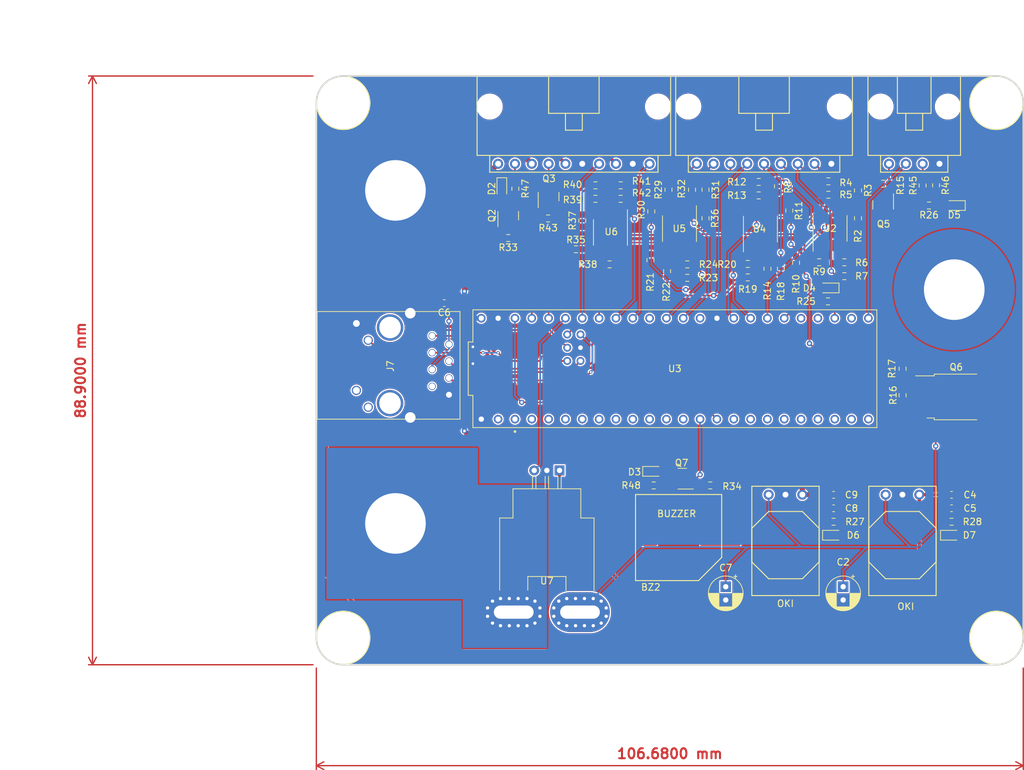
<source format=kicad_pcb>
(kicad_pcb (version 20221018) (generator pcbnew)
  (layers (0 "F.Cu" signal) (31 "B.Cu" signal) (34 "B.Paste" user) (35 "F.Paste" user) (36 "B.SilkS" user "B.Silkscreen") (37 "F.SilkS" user "F.Silkscreen") (38 "B.Mask" user) (39 "F.Mask" user) (44 "Edge.Cuts" user))
  (net 0 "")
  (net 1 "+5V")
  (net 2 "GND")
  (net 3 "+3.3V")
  (net 4 "Net-(C6-Pad1)")
  (net 5 "Net-(BZ2-+)")
  (net 6 "Fan")
  (net 7 "LOGIC_SWITCH_OUTPUT")
  (net 8 "TempSensor")
  (net 9 "PACK_OUT")
  (net 10 "LCD_TX")
  (net 11 "Net-(Q5-G)")
  (net 12 "cell8")
  (net 13 "cell7")
  (net 14 "cell5")
  (net 15 "cell4")
  (net 16 "cell3")
  (net 17 "cell2")
  (net 18 "cell1")
  (net 20 "LED")
  (net 22 "T+")
  (net 23 "T-")
  (net 25 "R+")
  (net 26 "R-")
  (net 27 "Net-(Conn5-Pad3)")
  (net 28 "GATE")
  (net 29 "Net-(D2-A)")
  (net 30 "Net-(D3-A)")
  (net 31 "Net-(D4-A)")
  (net 32 "Net-(D5-A)")
  (net 33 "Cell8-SENSE")
  (net 34 "Net-(D6-A)")
  (net 35 "Net-(D7-A)")
  (net 36 "Cell7-SENSE")
  (net 37 "Net-(U7-IP+)")
  (net 38 "Fan-Teensy")
  (net 39 "Cell6-SENSE")
  (net 40 "LOGIC_SWITCH_INPUT")
  (net 41 "Net-(Q5-D)")
  (net 42 "Net-(Q6-G)")
  (net 43 "Cell5-SENSE")
  (net 44 "Buzzer-Teensy")
  (net 45 "Net-(U2B-+)")
  (net 46 "Cell4-SENSE")
  (net 47 "ERR_LED")
  (net 48 "Net-(U2B--)")
  (net 49 "Net-(U2A-+)")
  (net 50 "Cell3-SENSE")
  (net 51 "Net-(U2A--)")
  (net 52 "Net-(U4B-+)")
  (net 53 "Cell2-SENSE")
  (net 54 "Net-(U4B--)")
  (net 55 "Net-(U4A-+)")
  (net 56 "Cell1-SENSE")
  (net 57 "Net-(U4A--)")
  (net 58 "Net-(U5B-+)")
  (net 59 "Net-(U5B--)")
  (net 60 "Net-(U5A-+)")
  (net 61 "Net-(U5A--)")
  (net 62 "Net-(U6B-+)")
  (net 63 "Net-(U6B--)")
  (net 64 "Net-(U6A-+)")
  (net 65 "Net-(U6A--)")
  (net 69 "unconnected-(U3-3.3V-Pad3.3V_1)")
  (net 72 "CURRENT_SENSE")
  (net 81 "PackLogic")
  (net 87 "cell6")
  (footprint "Resistor_SMD:R_0603_1608Metric_Pad0.98x0.95mm_HandSolder" (layer "F.Cu") (at 180.142495 52.7285)
    (fp_text reference "R4")
    (fp_text value "46.4k")
  )
  (footprint "Package_SO:SO-8_3.9x4.9mm_P1.27mm" (layer "F.Cu") (at 157.663495 59.8755 -90)
    (fp_text reference "U5")
    (fp_text value "Opamp_Dual")
  )
  (footprint "Resistor_SMD:R_0603_1608Metric_Pad0.98x0.95mm_HandSolder" (layer "F.Cu") (at 162.3155 98.6525 180)
    (fp_text reference "R34")
    (fp_text value "4.7k")
  )
  (footprint "Resistor_SMD:R_0603_1608Metric_Pad0.98x0.95mm_HandSolder" (layer "F.Cu") (at 174.244 57.15 -90)
    (fp_text reference "R11")
    (fp_text value "46.4k")
  )
  (footprint "Package_TO_SOT_SMD:SOT-23" (layer "F.Cu") (at 158.101 97.6365 180)
    (fp_text reference "Q7")
    (fp_text value "BSS138")
  )
  (footprint "MRDT_Devices:BUZZER_SMI_1324_TW_5V_2_R" (layer "F.Cu") (at 151.0395 106.5265)
    (fp_text reference "BZ2")
    (fp_text value "Buzzer")
  )
  (footprint "Resistor_SMD:R_0603_1608Metric_Pad0.98x0.95mm_HandSolder" (layer "F.Cu") (at 159.568495 53.9985 -90)
    (fp_text reference "R32")
    (fp_text value "36.5k")
  )
  (footprint "Package_SO:SO-8_3.9x4.9mm_P1.27mm" (layer "F.Cu") (at 147.249495 60.452 -90)
    (fp_text reference "U6")
    (fp_text value "Opamp_Dual")
  )
  (footprint "MRDT_Drill_Holes:4_40_Hole" (layer "F.Cu") (at 106.934 121.666 90)
    (fp_text reference "H3" hide)
    (fp_text value "MountingHole" hide)
  )
  (footprint "Resistor_SMD:R_0603_1608Metric_Pad0.98x0.95mm_HandSolder" (layer "F.Cu") (at 143.002 58.674 -90)
    (fp_text reference "R37")
    (fp_text value "46.4k")
  )
  (footprint "Resistor_SMD:R_0603_1608Metric_Pad0.98x0.95mm_HandSolder" (layer "F.Cu") (at 167.973995 65.2095 180)
    (fp_text reference "R20")
    (fp_text value "36.5k")
  )
  (footprint "Resistor_SMD:R_0603_1608Metric_Pad0.98x0.95mm_HandSolder" (layer "F.Cu") (at 194.366495 53.3635 90)
    (fp_text reference "R45")
    (fp_text value "4k")
  )
  (footprint "Resistor_SMD:R_0603_1608Metric_Pad0.98x0.95mm_HandSolder" (layer "F.Cu") (at 191.34325 85.03225 90)
    (fp_text reference "R16")
    (fp_text value "10K")
  )
  (footprint "LED_SMD:LED_0603_1608Metric_Pad1.05x0.95mm_HandSolder" (layer "F.Cu") (at 180.086 68.834 180)
    (fp_text reference "D4")
    (fp_text value "Red")
  )
  (footprint "Capacitor_THT:CP_Radial_D5.0mm_P2.00mm" (layer "F.Cu") (at 164.6515 113.953388 -90)
    (fp_text reference "C7")
    (fp_text value "22uF")
  )
  (footprint "Capacitor_SMD:C_0603_1608Metric_Pad1.08x0.95mm_HandSolder" (layer "F.Cu") (at 180.934 102.108)
    (fp_text reference "C8")
    (fp_text value "1uF")
  )
  (footprint "Resistor_SMD:R_0603_1608Metric_Pad0.98x0.95mm_HandSolder" (layer "F.Cu") (at 147.122495 65.278)
    (fp_text reference "R38")
    (fp_text value "36.5k")
  )
  (footprint "MRDT_Devices:OKI_Horizontal" (layer "F.Cu") (at 188.7815 100.0495)
    (fp_text reference "U9" hide)
    (fp_text value "OKI")
  )
  (footprint "Resistor_SMD:R_0603_1608Metric_Pad0.98x0.95mm_HandSolder" (layer "F.Cu") (at 180.086 70.866)
    (fp_text reference "R25")
    (fp_text value "100")
  )
  (footprint "MRDT_Drill_Holes:BATT_PWR_VIA" (layer "F.Cu") (at 114.808 104.394)
    (fp_text reference "V3" hide)
    (fp_text value "BATT_PWR_VIA" hide)
  )
  (footprint "Resistor_SMD:R_0603_1608Metric_Pad0.98x0.95mm_HandSolder" (layer "F.Cu") (at 137.846495 58.3415 180)
    (fp_text reference "R43")
    (fp_text value "4.7k")
  )
  (footprint "Capacitor_SMD:C_0603_1608Metric_Pad1.08x0.95mm_HandSolder" (layer "F.Cu") (at 198.7285 100.076)
    (fp_text reference "C4")
    (fp_text value "1uF")
  )
  (footprint "Package_SO:SO-8_3.9x4.9mm_P1.27mm" (layer "F.Cu") (at 180.396495 59.8405 90)
    (fp_text reference "U2")
    (fp_text value "Opamp_Dual")
  )
  (footprint "Package_SO:SO-8_3.9x4.9mm_P1.27mm" (layer "F.Cu") (at 169.878995 59.944 90)
    (fp_text reference "U4")
    (fp_text value "Opamp_Dual")
  )
  (footprint "Resistor_SMD:R_0603_1608Metric_Pad0.98x0.95mm_HandSolder" (layer "F.Cu") (at 184.610995 58.3165 90)
    (fp_text reference "R2")
    (fp_text value "36.5k")
  )
  (footprint "Resistor_SMD:R_0603_1608Metric_Pad0.98x0.95mm_HandSolder" (layer "F.Cu") (at 153.783 98.6525 180)
    (fp_text reference "R48")
    (fp_text value "300")
  )
  (footprint "Resistor_SMD:R_0603_1608Metric_Pad0.98x0.95mm_HandSolder" (layer "F.Cu") (at 131.826 61.2975 180)
    (fp_text reference "R33")
    (fp_text value "4.7k")
  )
  (footprint "LED_SMD:LED_0603_1608Metric_Pad1.05x0.95mm_HandSolder" (layer "F.Cu") (at 180.934 106.172)
    (fp_text reference "D6")
    (fp_text value "Green")
  )
  (footprint "LED_SMD:LED_0603_1608Metric_Pad1.05x0.95mm_HandSolder" (layer "F.Cu") (at 130.866495 53.848 -90)
    (fp_text reference "D2")
    (fp_text value "Green")
  )
  (footprint "MRDT_Connectors:RJ45_Teensy" (layer "F.Cu") (at 100.9945 80.643 -90)
    (fp_text reference "J7")
    (fp_text value "RJ45_LED_Shielded")
  )
  (footprint "Resistor_SMD:R_0603_1608Metric_Pad0.98x0.95mm_HandSolder" (layer "F.Cu") (at 172.974 65.9365 -90)
    (fp_text reference "R18")
    (fp_text value "46.4k")
  )
  (footprint "LED_SMD:LED_0603_1608Metric_Pad1.05x0.95mm_HandSolder" (layer "F.Cu") (at 198.7285 106.172)
    (fp_text reference "D7")
    (fp_text value "Green")
  )
  (footprint "MRDT_Devices:OKI_Horizontal" (layer "F.Cu") (at 171.1285 100.0495)
    (fp_text reference "U8" hide)
    (fp_text value "OKI")
  )
  (footprint "Resistor_SMD:R_0603_1608Metric_Pad0.98x0.95mm_HandSolder" (layer "F.Cu") (at 175.26 65.024 90)
    (fp_text reference "R10")
    (fp_text value "36.5k")
  )
  (footprint "Resistor_SMD:R_0603_1608Metric_Pad0.98x0.95mm_HandSolder" (layer "F.Cu") (at 167.973995 67.2415)
    (fp_text reference "R19")
    (fp_text value "46.4k")
  )
  (footprint "Resistor_SMD:R_0603_1608Metric_Pad0.98x0.95mm_HandSolder" (layer "F.Cu") (at 148.796995 55.372)
    (fp_text reference "R42")
    (fp_text value "36.5k")
  )
  (footprint "Resistor_SMD:R_0603_1608Metric_Pad0.98x0.95mm_HandSolder" (layer "F.Cu") (at 180.934 104.14 180)
    (fp_text reference "R27")
    (fp_text value "300")
  )
  (footprint "Resistor_SMD:R_0603_1608Metric_Pad0.98x0.95mm_HandSolder" (layer "F.Cu") (at 158.8535 65.278)
    (fp_text reference "R24")
    (fp_text value "36.5k")
  )
  (footprint "Resistor_SMD:R_0603_1608Metric_Pad0.98x0.95mm_HandSolder" (layer "F.Cu") (at 148.796995 53.34 180)
    (fp_text reference "R41")
    (fp_text value "46.4k")
  )
  (footprint "MRDT_Connectors:MOLEX_SL_10_Horizontal" (layer "F.Cu") (at 130.302 50.084)
    (fp_text reference "Conn4" hide)
    (fp_text value "Molex_SL_10")
  )
  (footprint "Resistor_SMD:R_0603_1608Metric_Pad0.98x0.95mm_HandSolder" (layer "F.Cu") (at 144.986995 55.372)
    (fp_text reference "R39")
    (fp_text value "36.5k")
  )
  (footprint "Capacitor_SMD:C_0603_1608Metric_Pad1.08x0.95mm_HandSolder" (layer "F.Cu") (at 180.934 100.076)
    (fp_text reference "C9")
    (fp_text value "10uF")
  )
  (footprint "MRDT_Drill_Holes:BATT_PWR_VIA" (layer "F.Cu") (at 199.136 69.088)
    (fp_text reference "V4" hide)
    (fp_text value "BMS_OUT_VIA" hide)
  )
  (footprint "Package_TO_SOT_SMD:SOT-23" (layer "F.Cu") (at 137.912495 55.0395 90)
    (fp_text reference "Q3")
    (fp_text value "BSS138")
  )
  (footprint "Resistor_SMD:R_0603_1608Metric_Pad0.98x0.95mm_HandSolder" (layer "F.Cu") (at 184.610995 54.102 -90)
    (fp_text reference "R3")
    (fp_text value "46.4k")
  )
  (footprint "MRDT_Drill_Holes:4_40_Hole" (layer "F.Cu") (at 205.486 121.666 90)
    (fp_text reference "H4" hide)
    (fp_text value "MountingHole" hide)
  )
  (footprint "Resistor_SMD:R_0603_1608Metric_Pad0.98x0.95mm_HandSolder" (layer "F.Cu") (at 170.942 65.9365 90)
    (fp_text reference "R14")
    (fp_text value "36.5k")
  )
  (footprint "Resistor_SMD:R_0603_1608Metric_Pad0.98x0.95mm_HandSolder" (layer "F.Cu") (at 196.398495 53.34 -90)
    (fp_text reference "R46")
    (fp_text value "10k")
  )
  (footprint "LED_SMD:LED_0603_1608Metric_Pad1.05x0.95mm_HandSolder" (layer "F.Cu") (at 199.136 56.388 180)
    (fp_text reference "D5")
    (fp_text value "Green")
  )
  (footprint "Resistor_SMD:R_0603_1608Metric_Pad0.98x0.95mm_HandSolder" (layer "F.Cu") (at 132.898495 53.848 90)
    (fp_text reference "R47")
    (fp_text value "300")
  )
  (footprint "Capacitor_THT:CP_Radial_D5.0mm_P2.00mm" (layer "F.Cu") (at 182.372 113.953388 -90)
    (fp_text reference "C2")
    (fp_text value "22uF")
  )
  (footprint "Resistor_SMD:R_0603_1608Metric_Pad0.98x0.95mm_HandSolder" (layer "F.Cu") (at 198.7285 104.14 180)
    (fp_text reference "R28")
    (fp_text value "100")
  )
  (footprint "MRDT_Drill_Holes:4_40_Hole" (layer "F.Cu") (at 205.486 40.894 90)
    (fp_text reference "H2" hide)
    (fp_text value "MountingHole" hide)
  )
  (footprint "Capacitor_SMD:C_0603_1608Metric_Pad1.08x0.95mm_HandSolder" (layer "F.Cu") (at 122.174 71.12 180)
    (fp_text reference "C6")
    (fp_text value "0.1uF")
  )
  (footprint "Package_TO_SOT_SMD:SOT-23" (layer "F.Cu") (at 188.406995 56.283 -90)
    (fp_text reference "Q5")
    (fp_text value "BSS138")
  )
  (footprint "Resistor_SMD:R_0603_1608Metric_Pad0.98x0.95mm_HandSolder" (layer "F.Cu") (at 161.600495 58.3165 -90)
    (fp_text reference "R36")
    (fp_text value "46.4k")
  )
  (footprint "Resistor_SMD:R_0603_1608Metric_Pad0.98x0.95mm_HandSolder" (layer "F.Cu") (at 153.416 57.277 90)
    (fp_text reference "R30")
    (fp_text value "46.4k")
  )
  (footprint "Package_TO_SOT_SMD:TO-252-2" (layer "F.Cu") (at 199.43125 85.29225)
    (fp_text reference "Q6")
    (fp_text value "SPD30P06PGBTMA1")
  )
  (footprint "Resistor_SMD:R_0603_1608Metric_Pad0.98x0.95mm_HandSolder" (layer "F.Cu") (at 155.8055 66.294 90)
    (fp_text reference "R22")
    (fp_text value "46.4k")
  )
  (footprint "Capacitor_SMD:C_0603_1608Metric_Pad1.08x0.95mm_HandSolder" (layer "F.Cu") (at 198.7285 102.108)
    (fp_text reference "C5")
    (fp_text value "10uF")
  )
  (footprint "Resistor_SMD:R_0603_1608Metric_Pad0.98x0.95mm_HandSolder" (layer "F.Cu") (at 195.326 56.388 180)
    (fp_text reference "R26")
    (fp_text value "3k")
  )
  (footprint "Resistor_SMD:R_0603_1608Metric_Pad0.98x0.95mm_HandSolder" (layer "F.Cu") (at 158.8535 67.31 180)
    (fp_text reference "R23")
    (fp_text value "46.4k")
  )
  (footprint "Resistor_SMD:R_0603_1608Metric_Pad0.98x0.95mm_HandSolder" (layer "F.Cu") (at 182.555495 67.056)
    (fp_text reference "R7")
    (fp_text value "46.4k")
  )
  (footprint "Resistor_SMD:R_0603_1608Metric_Pad0.98x0.95mm_HandSolder" (layer "F.Cu") (at 169.624995 54.864 180)
    (fp_text reference "R13")
    (fp_text value "36.5k")
  )
  (footprint "Resistor_SMD:R_0603_1608Metric_Pad0.98x0.95mm_HandSolder" (layer "F.Cu") (at 191.34325 81.026 90)
    (fp_text reference "R17")
    (fp_text value "10K")
  )
  (footprint "Resistor_SMD:R_0603_1608Metric_Pad0.98x0.95mm_HandSolder" (layer "F.Cu") (at 144.986995 53.34)
    (fp_text reference "R40")
    (fp_text value "46.4k")
  )
  (footprint "Resistor_SMD:R_0603_1608Metric_Pad0.98x0.95mm_HandSolder" (layer "F.Cu") (at 153.289 64.643 90)
    (fp_text reference "R21")
    (fp_text value "36.5k")
  )
  (footprint "Resistor_SMD:R_0603_1608Metric_Pad0.98x0.95mm_HandSolder" (layer "F.Cu") (at 188.420995 53.086 180)
    (fp_text reference "R15")
    (fp_text value "4.7K")
  )
  (footprint "MRDT_Drill_Holes:4_40_Hole" (layer "F.Cu") (at 106.934 40.894 90)
    (fp_text reference "H1" hide)
    (fp_text value "MountingHole" hide)
  )
  (footprint "MRDT_Connectors:MOLEX_SL_09_Horizontal" (layer "F.Cu") (at 160.274 50.084)
    (fp_text reference "Conn3" hide)
    (fp_text value "Molex_SL_09")
  )
  (footprint "Resistor_SMD:R_0603_1608Metric_Pad0.98x0.95mm_HandSolder" (layer "F.Cu") (at 180.142495 54.7605 180)
    (fp_text reference "R5")
    (fp_text value "36.5k")
  )
  (footprint "Sensor_Current:Allegro_CB_PFF" (layer "F.Cu") (at 139.568 96.3865 180)
    (fp_text reference "U7")
    (fp_text value "ACS758xCB-200B-PFF")
  )
  (footprint "Resistor_SMD:R_0603_1608Metric_Pad0.98x0.95mm_HandSolder" (layer "F.Cu") (at 169.624995 52.832)
    (fp_text reference "R12")
    (fp_text value "46.4k")
  )
  (footprint "Resistor_SMD:R_0603_1608Metric_Pad0.98x0.95mm_HandSolder" (layer "F.Cu") (at 156.012495 53.9985 -90)
    (fp_text reference "R29")
    (fp_text value "36.5k")
  )
  (footprint "MRDT_Connectors:MOLEX_SL_04_Horizontal" (layer "F.Cu") (at 189.286495 50.084)
    (fp_text reference "Conn5" hide)
    (fp_text value "Molex_SL_04")
  )
  (footprint "LED_SMD:LED_0603_1608Metric_Pad1.05x0.95mm_HandSolder" (layer "F.Cu") (at 153.783 96.5275)
    (fp_text reference "D3")
    (fp_text value "Green")
  )
  (footprint "Resistor_SMD:R_0603_1608Metric_Pad0.98x0.95mm_HandSolder" (layer "F.Cu") (at 172.533995 53.4905 90)
    (fp_text reference "R8")
    (fp_text value "46.4k")
  )
  (footprint "Resistor_SMD:R_0603_1608Metric_Pad0.98x0.95mm_HandSolder" (layer "F.Cu") (at 161.600495 53.9985 90)
    (fp_text reference "R31")
    (fp_text value "46.4k")
  )
  (footprint "MRDT_Drill_Holes:BATT_PWR_VIA" (layer "F.Cu") (at 114.808 54.102)
    (fp_text reference "V2" hide)
    (fp_text value "BATT_GND_VIA" hide)
  )
  (footprint "Resistor_SMD:R_0603_1608Metric_Pad0.98x0.95mm_HandSolder" (layer "F.Cu") (at 178.745495 64.9555 180)
    (fp_text reference "R9")
    (fp_text value "36.5k")
  )
  (footprint "Resistor_SMD:R_0603_1608Metric_Pad0.98x0.95mm_HandSolder" (layer "F.Cu") (at 182.555495 64.9555 180)
    (fp_text reference "R6")
    (fp_text value "36.5k")
  )
  (footprint "MRDT_Shields:Teensy_4_1_Ethernet" (layer "F.Cu") (at 156.972 81.026)
    (fp_text reference "U3")
    (fp_text value "Teensy4.1_DEV-16771")
  )
  (footprint "Resistor_SMD:R_0603_1608Metric_Pad0.98x0.95mm_HandSolder" (layer "F.Cu") (at 142.042495 62.992)
    (fp_text reference "R35")
    (fp_text value "36.5k")
  )
  (footprint "Package_TO_SOT_SMD:SOT-23" (layer "F.Cu") (at 131.826 57.917 90)
    (fp_text reference "Q2")
    (fp_text value "BSS138")
  )
  (gr_line (start 209.55 40.894) (end 209.55 121.666) (stroke (width 0.254)) (layer "Edge.Cuts"))
  (gr_arc (start 209.55 121.666) (mid 208.359682 124.539681) (end 205.486 125.73) (stroke (width 0.254)) (layer "Edge.Cuts"))
  (gr_arc (start 106.934 125.73) (mid 104.060319 124.539682) (end 102.87 121.666) (stroke (width 0.254)) (layer "Edge.Cuts"))
  (gr_arc (start 102.87 40.894) (mid 104.060318 38.020319) (end 106.934 36.83) (stroke (width 0.254)) (layer "Edge.Cuts"))
  (gr_line (start 102.87 121.666) (end 102.87 40.894) (stroke (width 0.254)) (layer "Edge.Cuts"))
  (gr_arc (start 205.486 36.83) (mid 208.359681 38.020318) (end 209.55 40.894) (stroke (width 0.254)) (layer "Edge.Cuts"))
  (gr_line (start 106.934 36.83) (end 205.486 36.83) (stroke (width 0.254)) (layer "Edge.Cuts"))
  (gr_line (start 205.486 125.73) (end 106.934 125.73) (stroke (width 0.254)) (layer "Edge.Cuts"))
  (dimension (type aligned) (layer "F.Cu") (pts (xy 102.87 125.73) (xy 209.55 125.73)) (height 15.239999) (gr_text "4200.0000 mils" (at 156.21 139.169999) (layer "F.Cu") (effects (font (size 1.5 1.5) (thickness 0.3)))) (format (prefix "") (suffix "") (units 3) (units_format 1) (precision 4)) (style (thickness 0.2) (arrow_length 1.27) (text_position_mode 0) (extension_height 0.58642) (extension_offset 0.5) keep_text_aligned))
  (dimension (type aligned) (layer "F.Cu") (pts (xy 102.87 125.73) (xy 102.87 36.83)) (height -33.782) (gr_text "3500.0000 mils" (at 67.288 81.28 90) (layer "F.Cu") (effects (font (size 1.5 1.5) (thickness 0.3)))) (format (prefix "") (suffix "") (units 3) (units_format 1) (precision 4)) (style (thickness 0.2) (arrow_length 1.27) (text_position_mode 0) (extension_height 0.58642) (extension_offset 0.5) keep_text_aligned))
  (segment (start 180.045 100.0495) (end 180.0715 100.076) (width 0.762) (layer "F.Cu") (net 1))
  (segment (start 176.2085 98.2305) (end 171.45 93.472) (width 0.762) (layer "F.Cu") (net 1))
  (segment (start 151.2395 97.0215) (end 152.8705 98.6525) (width 0.762) (layer "F.Cu") (net 1))
  (segment (start 127.762 52.624) (end 130.302 50.084) (width 0.762) (layer "F.Cu") (net 1))
  (segment (start 127.762 50.038) (end 129.54 48.26) (width 0.762) (layer "F.Cu") (net 1))
  (segment (start 151.2395 96.774) (end 151.2395 97.0215) (width 0.762) (layer "F.Cu") (net 1))
  (segment (start 176.2085 100.0495) (end 176.2085 98.2305) (width 0.762) (layer "F.Cu") (net 1))
  (segment (start 176.2085 100.0495) (end 180.045 100.0495) (width 0.762) (layer "F.Cu") (net 1))
  (segment (start 171.45 93.472) (end 153.924 93.472) (width 0.762) (layer "F.Cu") (net 1))
  (segment (start 180.0715 100.076) (end 180.0715 102.108) (width 0.762) (layer "F.Cu") (net 1))
  (segment (start 153.924 93.472) (end 128.27 93.472) (width 0.762) (layer "F.Cu") (net 1))
  (segment (start 125.222 69.088) (end 127.762 66.548) (width 0.762) (layer "F.Cu") (net 1))
  (segment (start 129.54 48.26) (end 133.558 48.26) (width 0.762) (layer "F.Cu") (net 1))
  (segment (start 128.27 93.472) (end 125.222 90.424) (width 0.762) (layer "F.Cu") (net 1))
  (segment (start 180.0715 102.108) (end 180.0715 104.09) (width 0.762) (layer "F.Cu") (net 1))
  (segment (start 133.558 48.26) (end 135.382 50.084) (width 0.762) (layer "F.Cu") (net 1))
  (segment (start 152.815 106.5265) (end 153.416 105.9255) (width 0.762) (layer "F.Cu") (net 1))
  (segment (start 127.762 53.086) (end 127.762 50.038) (width 0.762) (layer "F.Cu") (net 1))
  (segment (start 151.2395 96.1565) (end 151.2395 96.774) (width 0.762) (layer "F.Cu") (net 1))
  (segment (start 153.924 93.472) (end 151.2395 96.1565) (width 0.762) (layer "F.Cu") (net 1))
  (segment (start 151.2395 96.774) (end 151.2395 106.5265) (width 0.762) (layer "F.Cu") (net 1))
  (segment (start 127.762 53.086) (end 127.762 52.624) (width 0.762) (layer "F.Cu") (net 1))
  (segment (start 127.762 66.548) (end 127.762 53.086) (width 0.762) (layer "F.Cu") (net 1))
  (segment (start 125.222 69.342) (end 125.222 69.088) (width 0.762) (layer "F.Cu") (net 1))
  (segment (start 180.0715 104.09) (end 180.0215 104.14) (width 0.762) (layer "F.Cu") (net 1))
  (via (at 125.222 90.424) (size 0.8) (drill 0.4) (layers "F.Cu" "B.Cu") (net 1))
  (via (at 125.222 69.342) (size 0.8) (drill 0.4) (layers "F.Cu" "B.Cu") (net 1))
  (segment (start 125.222 74.422) (end 125.222 69.342) (width 0.762) (layer "B.Cu") (net 1))
  (segment (start 126.238 73.406) (end 125.222 74.422) (width 0.762) (layer "B.Cu") (net 1))
  (segment (start 127.762 73.406) (end 126.238 73.406) (width 0.762) (layer "B.Cu") (net 1))
  (segment (start 125.222 90.424) (end 125.222 74.422) (width 0.762) (layer "B.Cu") (net 1))
  (via (at 126.492 80.264) (size 0.8) (drill 0.4) (layers "F.Cu" "B.Cu") (net 2))
  (via (at 126.492 77.724) (size 0.8) (drill 0.4) (layers "F.Cu" "B.Cu") (net 2))
  (segment (start 104.394 112.268) (end 104.394 73.66) (width 0.508) (layer "F.Cu") (net 3))
  (segment (start 197.866 102.108) (end 197.866 104.09) (width 0.508) (layer "F.Cu") (net 3))
  (segment (start 193.8615 100.0495) (end 193.8615 115.5105) (width 0.508) (layer "F.Cu") (net 3))
  (segment (start 168.402 123.698) (end 159.258 123.698) (width 0.508) (layer "F.Cu") (net 3))
  (segment (start 185.674 123.698) (end 168.402 123.698) (width 0.508) (layer "F.Cu") (net 3))
  (segment (start 135.128 46.228) (end 136.606 46.228) (width 0.508) (layer "F.Cu") (net 3))
  (segment (start 197.866 104.09) (end 197.816 104.14) (width 0.508) (layer "F.Cu") (net 3))
  (segment (start 104.394 73.66) (end 110.49 67.564) (width 0.508) (layer "F.Cu") (net 3))
  (segment (start 159.258 123.698) (end 139.568 104.008) (width 0.508) (layer "F.Cu") (net 3))
  (segment (start 115.824 123.698) (end 104.394 112.268) (width 0.508) (layer "F.Cu") (net 3))
  (segment (start 168.402 123.698) (end 115.824 123.698) (width 0.508) (layer "F.Cu") (net 3))
  (segment (start 125.984 64.262) (end 125.984 49.53) (width 0.508) (layer "F.Cu") (net 3))
  (segment (start 135.128 46.228) (end 144.226 46.228) (width 0.508) (layer "F.Cu") (net 3))
  (segment (start 193.8615 100.0495) (end 197.8395 100.0495) (width 0.508) (layer "F.Cu") (net 3))
  (segment (start 129.286 46.228) (end 135.128 46.228) (width 0.508) (layer "F.Cu") (net 3))
  (segment (start 144.226 46.228) (end 148.082 50.084) (width 0.508) (layer "F.Cu") (net 3))
  (segment (start 197.8395 100.0495) (end 197.866 100.076) (width 0.508) (layer "F.Cu") (net 3))
  (segment (start 139.568 104.008) (end 139.568 96.3865) (width 0.508) (layer "F.Cu") (net 3))
  (segment (start 110.49 67.564) (end 122.682 67.564) (width 0.508) (layer "F.Cu") (net 3))
  (segment (start 122.682 67.564) (end 125.984 64.262) (width 0.508) (layer "F.Cu") (net 3))
  (segment (start 125.984 49.53) (end 129.286 46.228) (width 0.508) (layer "F.Cu") (net 3))
  (segment (start 136.606 46.228) (end 140.462 50.084) (width 0.508) (layer "F.Cu") (net 3))
  (segment (start 197.866 100.076) (end 197.866 102.108) (width 0.508) (layer "F.Cu") (net 3))
  (segment (start 193.8615 115.5105) (end 185.674 123.698) (width 0.508) (layer "F.Cu") (net 3))
  (segment (start 122.8845 73.8625) (end 122.8845 71.272) (width 0.254) (layer "F.Cu") (net 4))
  (segment (start 122.8845 71.272) (end 123.0365 71.12) (width 0.254) (layer "F.Cu") (net 4))
  (via (at 122.8845 73.8625) (size 0.8) (drill 0.4) (layers "F.Cu" "B.Cu") (net 4))
  (segment (start 122.8845 78.0295) (end 122.8845 77.343) (width 0.254) (layer "B.Cu") (net 4))
  (segment (start 120.3445 81.153) (end 120.3445 80.5695) (width 0.254) (layer "B.Cu") (net 4))
  (segment (start 122.8845 73.8625) (end 122.8845 77.343) (width 0.254) (layer "B.Cu") (net 4))
  (segment (start 120.3445 80.5695) (end 122.8845 78.0295) (width 0.254) (layer "B.Cu") (net 4))
  (segment (start 163.8395 106.5265) (end 157.1635 99.8505) (width 0.254) (layer "F.Cu") (net 5))
  (segment (start 157.1635 99.8505) (end 157.1635 97.6365) (width 0.254) (layer "F.Cu") (net 5))
  (segment (start 157.1635 97.3105) (end 155.2035 95.3505) (width 0.254) (layer "F.Cu") (net 5))
  (segment (start 154.085 95.3505) (end 152.908 96.5275) (width 0.254) (layer "F.Cu") (net 5))
  (segment (start 157.1635 97.6365) (end 157.1635 97.3105) (width 0.254) (layer "F.Cu") (net 5))
  (segment (start 155.2035 95.3505) (end 154.085 95.3505) (width 0.254) (layer "F.Cu") (net 5))
  (segment (start 134.112 53.594) (end 133.4535 52.9355) (width 0.254) (layer "F.Cu") (net 6))
  (segment (start 132.898495 52.9355) (end 132.842 52.879005) (width 0.254) (layer "F.Cu") (net 6))
  (segment (start 132.842 52.879005) (end 132.842 50.084) (width 0.254) (layer "F.Cu") (net 6))
  (segment (start 133.2665 56.9795) (end 134.112 56.134) (width 0.254) (layer "F.Cu") (net 6))
  (segment (start 133.4535 52.9355) (end 132.898495 52.9355) (width 0.254) (layer "F.Cu") (net 6))
  (segment (start 131.826 56.9795) (end 133.2665 56.9795) (width 0.254) (layer "F.Cu") (net 6))
  (segment (start 134.112 56.134) (end 134.112 53.594) (width 0.254) (layer "F.Cu") (net 6))
  (segment (start 137.912495 54.102) (end 137.922 54.092495) (width 0.254) (layer "F.Cu") (net 7))
  (segment (start 137.922 54.092495) (end 137.922 50.084) (width 0.254) (layer "F.Cu") (net 7))
  (segment (start 150.622 73.406) (end 151.638 72.39) (width 0.254) (layer "B.Cu") (net 8))
  (segment (start 151.638 72.39) (end 151.638 51.608) (width 0.254) (layer "B.Cu") (net 8))
  (segment (start 151.638 51.608) (end 153.162 50.084) (width 0.254) (layer "B.Cu") (net 8))
  (segment (start 143.002 52.624) (end 145.542 50.084) (width 0.254) (layer "B.Cu") (net 10))
  (segment (start 143.002 73.406) (end 143.002 52.624) (width 0.254) (layer "B.Cu") (net 10))
  (segment (start 189.333495 53.086) (end 189.286495 53.039) (width 0.254) (layer "F.Cu") (net 11))
  (segment (start 189.333495 53.086) (end 189.333495 55.322) (width 0.254) (layer "F.Cu") (net 11))
  (segment (start 189.286495 53.039) (end 189.286495 50.084) (width 0.254) (layer "F.Cu") (net 11))
  (segment (start 189.333495 55.322) (end 189.356995 55.3455) (width 0.254) (layer "F.Cu") (net 11))
  (segment (start 182.983495 51.562) (end 179.532 51.562) (width 0.254) (layer "F.Cu") (net 12))
  (segment (start 184.610995 53.1895) (end 182.983495 51.562) (width 0.254) (layer "F.Cu") (net 12))
  (segment (start 179.532 51.562) (end 178.054 50.084) (width 0.254) (layer "F.Cu") (net 12))
  (segment (start 181.642995 67.056) (end 181.356 67.056) (width 0.254) (layer "F.Cu") (net 13))
  (segment (start 175.514 50.084) (end 178.1585 52.7285) (width 0.254) (layer "F.Cu") (net 13))
  (segment (start 181.356 67.056) (end 180.594 66.294) (width 0.254) (layer "F.Cu") (net 13))
  (segment (start 178.1585 52.7285) (end 179.229995 52.7285) (width 0.254) (layer "F.Cu") (net 13))
  (via (at 180.594 66.294) (size 0.8) (drill 0.4) (layers "F.Cu" "B.Cu") (net 13))
  (segment (start 180.594 66.294) (end 180.594 57.658) (width 0.254) (layer "B.Cu") (net 13))
  (segment (start 175.514 52.578) (end 175.514 50.084) (width 0.254) (layer "B.Cu") (net 13))
  (segment (start 180.594 57.658) (end 175.514 52.578) (width 0.254) (layer "B.Cu") (net 13))
  (segment (start 170.434 51.110495) (end 168.712495 52.832) (width 0.254) (layer "F.Cu") (net 14))
  (segment (start 172.974 65.024) (end 172.974 63.5) (width 0.254) (layer "F.Cu") (net 14))
  (segment (start 170.434 50.084) (end 170.434 51.110495) (width 0.254) (layer "F.Cu") (net 14))
  (via (at 172.974 63.5) (size 0.8) (drill 0.4) (layers "F.Cu" "B.Cu") (net 14))
  (segment (start 172.974 63.5) (end 172.974 52.624) (width 0.254) (layer "B.Cu") (net 14))
  (segment (start 172.974 52.624) (end 170.434 50.084) (width 0.254) (layer "B.Cu") (net 14))
  (segment (start 162.814 69.977) (end 156.845 69.977) (width 0.254) (layer "F.Cu") (net 15))
  (segment (start 155.8055 68.9375) (end 155.8055 67.2065) (width 0.254) (layer "F.Cu") (net 15))
  (segment (start 162.814 69.977) (end 164.325995 69.977) (width 0.254) (layer "F.Cu") (net 15))
  (segment (start 156.845 69.977) (end 155.8055 68.9375) (width 0.254) (layer "F.Cu") (net 15))
  (segment (start 164.325995 69.977) (end 167.061495 67.2415) (width 0.254) (layer "F.Cu") (net 15))
  (via (at 162.814 69.977) (size 0.8) (drill 0.4) (layers "F.Cu" "B.Cu") (net 15))
  (segment (start 163.576 69.215) (end 163.576 54.402) (width 0.254) (layer "B.Cu") (net 15))
  (segment (start 162.814 69.977) (end 163.576 69.215) (width 0.254) (layer "B.Cu") (net 15))
  (segment (start 163.576 54.402) (end 167.894 50.084) (width 0.254) (layer "B.Cu") (net 15))
  (segment (start 152.614 57.3875) (end 152.614 54.396) (width 0.254) (layer "F.Cu") (net 16))
  (segment (start 160.828 52.07) (end 162.814 50.084) (width 0.254) (layer "F.Cu") (net 16))
  (segment (start 154.94 52.07) (end 160.828 52.07) (width 0.254) (layer "F.Cu") (net 16))
  (segment (start 158.623 69.088) (end 159.004 69.088) (width 0.254) (layer "F.Cu") (net 16))
  (segment (start 159.766 68.326) (end 159.766 67.31) (width 0.254) (layer "F.Cu") (net 16))
  (segment (start 159.004 69.088) (end 159.766 68.326) (width 0.254) (layer "F.Cu") (net 16))
  (segment (start 153.416 58.1895) (end 152.614 57.3875) (width 0.254) (layer "F.Cu") (net 16))
  (segment (start 153.416 58.1895) (end 153.416 59.69) (width 0.254) (layer "F.Cu") (net 16))
  (segment (start 152.614 54.396) (end 154.94 52.07) (width 0.254) (layer "F.Cu") (net 16))
  (via (at 153.416 59.69) (size 0.8) (drill 0.4) (layers "F.Cu" "B.Cu") (net 16))
  (via (at 158.623 69.088) (size 0.8) (drill 0.4) (layers "F.Cu" "B.Cu") (net 16))
  (segment (start 153.416 59.69) (end 153.416 65.278) (width 0.254) (layer "B.Cu") (net 16))
  (segment (start 153.416 65.278) (end 157.226 69.088) (width 0.254) (layer "B.Cu") (net 16))
  (segment (start 157.226 69.088) (end 158.623 69.088) (width 0.254) (layer "B.Cu") (net 16))
  (segment (start 161.600495 54.911) (end 165.354 51.157495) (width 0.254) (layer "F.Cu") (net 17))
  (segment (start 161.600495 57.404) (end 161.600495 54.911) (width 0.254) (layer "F.Cu") (net 17))
  (segment (start 165.354 51.157495) (end 165.354 50.084) (width 0.254) (layer "F.Cu") (net 17))
  (segment (start 143.002 54.412495) (end 144.074495 53.34) (width 0.254) (layer "F.Cu") (net 18))
  (segment (start 143.002 57.7615) (end 143.002 54.412495) (width 0.254) (layer "F.Cu") (net 18))
  (segment (start 158.796 51.562) (end 160.274 50.084) (width 0.254) (layer "F.Cu") (net 18))
  (segment (start 144.074495 53.34) (end 145.852495 51.562) (width 0.254) (layer "F.Cu") (net 18))
  (segment (start 145.852495 51.562) (end 158.796 51.562) (width 0.254) (layer "F.Cu") (net 18))
  (segment (start 110.769 76.733) (end 111.76 77.724) (width 0.254) (layer "F.Cu") (net 20))
  (segment (start 138.06 75.184) (end 140.732 77.856) (width 0.254) (layer "F.Cu") (net 20))
  (segment (start 117.602 75.184) (end 138.06 75.184) (width 0.254) (layer "F.Cu") (net 20))
  (segment (start 115.062 77.724) (end 117.602 75.184) (width 0.254) (layer "F.Cu") (net 20))
  (segment (start 111.76 77.724) (end 115.062 77.724) (width 0.254) (layer "F.Cu") (net 20))
  (segment (start 110.7045 76.733) (end 110.769 76.733) (width 0.254) (layer "F.Cu") (net 20))
  (segment (start 141.562 81.026) (end 142.732 79.856) (width 0.254) (layer "F.Cu") (net 22))
  (segment (start 126.619 76.073) (end 131.572 81.026) (width 0.254) (layer "F.Cu") (net 22))
  (segment (start 120.3445 76.073) (end 126.619 76.073) (width 0.254) (layer "F.Cu") (net 22))
  (segment (start 131.572 81.026) (end 141.562 81.026) (width 0.254) (layer "F.Cu") (net 22))
  (segment (start 136.468 79.856) (end 132.932045 79.856) (width 0.254) (layer "F.Cu") (net 23))
  (segment (start 140.732 79.856) (end 137.668 79.856) (width 0.254) (layer "F.Cu") (net 23))
  (segment (start 128.016 78.613) (end 120.3445 78.613) (width 0.254) (layer "F.Cu") (net 23))
  (segment (start 131.545 79.856) (end 130.302 78.613) (width 0.254) (layer "F.Cu") (net 23))
  (segment (start 137.368 79.556) (end 137.368 79.432784) (width 0.254) (layer "F.Cu") (net 23))
  (segment (start 136.768 79.432784) (end 136.768 79.556) (width 0.254) (layer "F.Cu") (net 23))
  (segment (start 132.932045 79.856) (end 131.545 79.856) (width 0.254) (layer "F.Cu") (net 23))
  (via (at 128.016 78.613) (size 0.508) (drill 0.254) (layers "F.Cu" "B.Cu") (net 23))
  (via (at 130.302 78.613) (size 0.508) (drill 0.254) (layers "F.Cu" "B.Cu") (net 23))
  (arc (start 137.068 79.132784) (mid 136.855868 79.220652) (end 136.768 79.432784) (width 0.254) (layer "F.Cu") (net 23))
  (arc (start 137.368 79.432784) (mid 137.280132 79.220652) (end 137.068 79.132784) (width 0.254) (layer "F.Cu") (net 23))
  (arc (start 137.668 79.856) (mid 137.455868 79.768132) (end 137.368 79.556) (width 0.254) (layer "F.Cu") (net 23))
  (arc (start 136.768 79.556) (mid 136.680132 79.768132) (end 136.468 79.856) (width 0.254) (layer "F.Cu") (net 23))
  (segment (start 130.302 78.613) (end 128.016 78.613) (width 0.254) (layer "B.Cu") (net 23))
  (segment (start 144.526 75.692) (end 143.51 74.676) (width 0.254) (layer "F.Cu") (net 25))
  (segment (start 143.002 81.534) (end 144.526 80.01) (width 0.254) (layer "F.Cu") (net 25))
  (segment (start 141.912 74.676) (end 140.732 75.856) (width 0.254) (layer "F.Cu") (net 25))
  (segment (start 124.5355 81.534) (end 143.002 81.534) (width 0.254) (layer "F.Cu") (net 25))
  (segment (start 122.8845 79.883) (end 124.5355 81.534) (width 0.254) (layer "F.Cu") (net 25))
  (segment (start 143.51 74.676) (end 141.912 74.676) (width 0.254) (layer "F.Cu") (net 25))
  (segment (start 144.526 80.01) (end 144.526 75.692) (width 0.254) (layer "F.Cu") (net 25))
  (segment (start 133.974 82.504) (end 133.974 83.207039) (width 0.254) (layer "F.Cu") (net 26))
  (segment (start 123.2655 82.804) (end 122.8845 82.423) (width 0.254) (layer "F.Cu") (net 26))
  (segment (start 134.574 82.504) (end 134.574 82.50096) (width 0.254) (layer "F.Cu") (net 26))
  (segment (start 144.272 81.534) (end 143.002 82.804) (width 0.254) (layer "F.Cu") (net 26))
  (segment (start 122.8845 82.423) (end 123.0115 82.55) (width 0.254) (layer "F.Cu") (net 26))
  (segment (start 128.443733 82.804) (end 123.2655 82.804) (width 0.254) (layer "F.Cu") (net 26))
  (segment (start 133.374 83.207039) (end 133.374 83.104) (width 0.254) (layer "F.Cu") (net 26))
  (segment (start 133.074 82.804) (end 128.443733 82.804) (width 0.254) (layer "F.Cu") (net 26))
  (segment (start 133.974 82.50096) (end 133.974 82.504) (width 0.254) (layer "F.Cu") (net 26))
  (segment (start 143.002 82.804) (end 134.874 82.804) (width 0.254) (layer "F.Cu") (net 26))
  (via (at 144.272 81.534) (size 0.508) (drill 0.254) (layers "F.Cu" "B.Cu") (net 26))
  (arc (start 134.574 82.50096) (mid 134.486132 82.288828) (end 134.274 82.20096) (width 0.254) (layer "F.Cu") (net 26))
  (arc (start 133.674 83.507039) (mid 133.461868 83.419171) (end 133.374 83.207039) (width 0.254) (layer "F.Cu") (net 26))
  (arc (start 134.874 82.804) (mid 134.661868 82.716132) (end 134.574 82.504) (width 0.254) (layer "F.Cu") (net 26))
  (arc (start 133.374 83.104) (mid 133.286132 82.891868) (end 133.074 82.804) (width 0.254) (layer "F.Cu") (net 26))
  (arc (start 133.974 83.207039) (mid 133.886132 83.419171) (end 133.674 83.507039) (width 0.254) (layer "F.Cu") (net 26))
  (arc (start 134.274 82.20096) (mid 134.061868 82.288828) (end 133.974 82.50096) (width 0.254) (layer "F.Cu") (net 26))
  (segment (start 144.526 81.28) (end 144.526 77.65) (width 0.254) (layer "B.Cu") (net 26))
  (segment (start 144.272 81.534) (end 144.526 81.28) (width 0.254) (layer "B.Cu") (net 26))
  (segment (start 144.526 77.65) (end 142.732 75.856) (width 0.254) (layer "B.Cu") (net 26))
  (segment (start 196.374995 52.451) (end 196.398495 52.4275) (width 0.254) (layer "F.Cu") (net 27))
  (segment (start 194.366495 50.084) (end 194.366495 52.451) (width 0.254) (layer "F.Cu") (net 27))
  (segment (start 194.366495 52.451) (end 196.374995 52.451) (width 0.254) (layer "F.Cu") (net 27))
  (segment (start 186.182 55.728495) (end 191.826495 50.084) (width 0.254) (layer "B.Cu") (net 28))
  (segment (start 186.182 73.406) (end 186.182 55.728495) (width 0.254) (layer "B.Cu") (net 28))
  (segment (start 130.903995 54.7605) (end 130.866495 54.723) (width 0.254) (layer "F.Cu") (net 29))
  (segment (start 132.898495 54.7605) (end 130.903995 54.7605) (width 0.254) (layer "F.Cu") (net 29))
  (segment (start 154.6955 98.6525) (end 154.6955 96.565) (width 0.254) (layer "F.Cu") (net 30))
  (segment (start 154.6955 96.565) (end 154.658 96.5275) (width 0.254) (layer "F.Cu") (net 30))
  (segment (start 179.211 68.834) (end 179.211 70.8285) (width 0.254) (layer "F.Cu") (net 31))
  (segment (start 196.2385 56.388) (end 198.261 56.388) (width 0.254) (layer "F.Cu") (net 32))
  (segment (start 179.229995 54.7605) (end 179.832 55.362505) (width 0.254) (layer "F.Cu") (net 33))
  (segment (start 179.832 57.336005) (end 179.761495 57.2655) (width 0.254) (layer "F.Cu") (net 33))
  (segment (start 179.578 59.69) (end 179.832 59.436) (width 0.254) (layer "F.Cu") (net 33))
  (segment (start 179.832 59.436) (end 179.832 57.336005) (width 0.254) (layer "F.Cu") (net 33))
  (segment (start 179.832 57.194995) (end 179.761495 57.2655) (width 0.254) (layer "F.Cu") (net 33))
  (segment (start 179.832 55.362505) (end 179.832 57.194995) (width 0.254) (layer "F.Cu") (net 33))
  (via (at 179.578 59.69) (size 0.8) (drill 0.4) (layers "F.Cu" "B.Cu") (net 33))
  (segment (start 170.942 73.406) (end 170.942 68.326) (width 0.254) (layer "B.Cu") (net 33))
  (segment (start 170.942 68.326) (end 179.578 59.69) (width 0.254) (layer "B.Cu") (net 33))
  (segment (start 181.8465 104.14) (end 181.8465 106.1345) (width 0.254) (layer "F.Cu") (net 34))
  (segment (start 181.8465 106.1345) (end 181.809 106.172) (width 0.254) (layer "F.Cu") (net 34))
  (segment (start 199.641 106.1345) (end 199.6035 106.172) (width 0.254) (layer "F.Cu") (net 35))
  (segment (start 199.641 104.14) (end 199.641 106.1345) (width 0.254) (layer "F.Cu") (net 35))
  (segment (start 177.832995 63.074) (end 178.491495 62.4155) (width 0.254) (layer "F.Cu") (net 36))
  (segment (start 173.482 73.406) (end 177.8 69.088) (width 0.254) (layer "F.Cu") (net 36))
  (segment (start 177.832995 64.9555) (end 177.832995 63.074) (width 0.254) (layer "F.Cu") (net 36))
  (segment (start 177.8 64.988495) (end 177.832995 64.9555) (width 0.254) (layer "F.Cu") (net 36))
  (segment (start 177.8 69.088) (end 177.8 64.988495) (width 0.254) (layer "F.Cu") (net 36))
  (segment (start 135.382 73.406) (end 135.382 65.766) (width 0.254) (layer "F.Cu") (net 38))
  (segment (start 135.382 65.766) (end 130.9135 61.2975) (width 0.254) (layer "F.Cu") (net 38))
  (segment (start 130.876 61.26) (end 130.9135 61.2975) (width 0.254) (layer "F.Cu") (net 38))
  (segment (start 130.876 58.8545) (end 130.876 61.26) (width 0.254) (layer "F.Cu") (net 38))
  (segment (start 169.243995 55.3955) (end 168.712495 54.864) (width 0.254) (layer "F.Cu") (net 39))
  (segment (start 169.291 57.416005) (end 169.243995 57.369) (width 0.254) (layer "F.Cu") (net 39))
  (segment (start 169.291 59.309) (end 169.291 57.416005) (width 0.254) (layer "F.Cu") (net 39))
  (segment (start 169.243995 57.369) (end 169.243995 55.3955) (width 0.254) (layer "F.Cu") (net 39))
  (via (at 169.291 59.309) (size 0.8) (drill 0.4) (layers "F.Cu" "B.Cu") (net 39))
  (segment (start 165.862 73.406) (end 165.059784 72.603784) (width 0.254) (layer "B.Cu") (net 39))
  (segment (start 165.059784 63.540216) (end 169.291 59.309) (width 0.254) (layer "B.Cu") (net 39))
  (segment (start 165.059784 72.603784) (end 165.059784 63.540216) (width 0.254) (layer "B.Cu") (net 39))
  (segment (start 137.922 73.406) (end 137.922 59.329505) (width 0.254) (layer "F.Cu") (net 40))
  (segment (start 136.962495 55.977) (end 136.962495 58.313) (width 0.254) (layer "F.Cu") (net 40))
  (segment (start 137.922 59.329505) (end 136.933995 58.3415) (width 0.254) (layer "F.Cu") (net 40))
  (segment (start 136.962495 58.313) (end 136.933995 58.3415) (width 0.254) (layer "F.Cu") (net 40))
  (segment (start 189.5875 80.1135) (end 188.468 78.994) (width 0.254) (layer "F.Cu") (net 41))
  (segment (start 188.468 57.281505) (end 188.406995 57.2205) (width 0.254) (layer "F.Cu") (net 41))
  (segment (start 191.34325 80.1135) (end 189.5875 80.1135) (width 0.254) (layer "F.Cu") (net 41))
  (segment (start 188.468 78.994) (end 188.468 57.281505) (width 0.254) (layer "F.Cu") (net 41))
  (segment (start 191.34325 84.11975) (end 191.34325 81.9385) (width 0.25) (layer "F.Cu") (net 42))
  (segment (start 191.389 84.074) (end 191.34325 84.11975) (width 0.25) (layer "F.Cu") (net 42))
  (segment (start 193.3295 84.074) (end 191.389 84.074) (width 0.25) (layer "F.Cu") (net 42))
  (segment (start 194.39125 83.01225) (end 193.3295 84.074) (width 0.25) (layer "F.Cu") (net 42))
  (segment (start 165.786784 66.484211) (end 167.061495 65.2095) (width 0.254) (layer "F.Cu") (net 43))
  (segment (start 167.061495 63.4315) (end 167.973995 62.519) (width 0.254) (layer "F.Cu") (net 43))
  (segment (start 165.786784 66.929) (end 165.786784 66.484211) (width 0.254) (layer "F.Cu") (net 43))
  (segment (start 167.061495 65.2095) (end 167.061495 63.4315) (width 0.254) (layer "F.Cu") (net 43))
  (via (at 165.786784 66.929) (size 0.8) (drill 0.4) (layers "F.Cu" "B.Cu") (net 43))
  (segment (start 165.786784 70.790784) (end 168.402 73.406) (width 0.254) (layer "B.Cu") (net 43))
  (segment (start 165.786784 66.929) (end 165.786784 70.790784) (width 0.254) (layer "B.Cu") (net 43))
  (segment (start 159.0385 98.5865) (end 159.2235 98.5865) (width 0.254) (layer "F.Cu") (net 44))
  (segment (start 161.403 98.6525) (end 159.1045 98.6525) (width 0.254) (layer "F.Cu") (net 44))
  (segment (start 159.2235 98.5865) (end 160.782 97.028) (width 0.254) (layer "F.Cu") (net 44))
  (segment (start 159.1045 98.6525) (end 159.0385 98.5865) (width 0.254) (layer "F.Cu") (net 44))
  (via (at 160.782 97.028) (size 0.8) (drill 0.4) (layers "F.Cu" "B.Cu") (net 44))
  (segment (start 160.782 97.028) (end 160.782 88.646) (width 0.254) (layer "B.Cu") (net 44))
  (segment (start 182.301495 57.2655) (end 184.472495 57.2655) (width 0.254) (layer "F.Cu") (net 45))
  (segment (start 184.610995 57.404) (end 184.610995 55.0145) (width 0.254) (layer "F.Cu") (net 45))
  (segment (start 184.472495 57.2655) (end 184.610995 57.404) (width 0.254) (layer "F.Cu") (net 45))
  (segment (start 158.298495 63.810495) (end 158.298495 62.4505) (width 0.254) (layer "F.Cu") (net 46))
  (segment (start 161.036 66.802) (end 161.036 66.548) (width 0.254) (layer "F.Cu") (net 46))
  (segment (start 159.766 65.278) (end 158.298495 63.810495) (width 0.254) (layer "F.Cu") (net 46))
  (segment (start 161.036 66.548) (end 159.766 65.278) (width 0.254) (layer "F.Cu") (net 46))
  (via (at 161.036 66.802) (size 0.8) (drill 0.4) (layers "F.Cu" "B.Cu") (net 46))
  (segment (start 161.036 68.072) (end 161.036 66.802) (width 0.254) (layer "B.Cu") (net 46))
  (segment (start 155.702 73.406) (end 161.036 68.072) (width 0.254) (layer "B.Cu") (net 46))
  (segment (start 181.102 73.406) (end 181.102 70.9695) (width 0.254) (layer "F.Cu") (net 47))
  (segment (start 181.102 70.9695) (end 180.9985 70.866) (width 0.254) (layer "F.Cu") (net 47))
  (segment (start 181.054995 54.7605) (end 181.054995 52.7285) (width 0.254) (layer "F.Cu") (net 48))
  (segment (start 181.054995 54.7605) (end 181.054995 57.242) (width 0.254) (layer "F.Cu") (net 48))
  (segment (start 181.054995 57.242) (end 181.031495 57.2655) (width 0.254) (layer "F.Cu") (net 48))
  (segment (start 183.467995 67.056) (end 183.467995 66.7805) (width 0.254) (layer "F.Cu") (net 49))
  (segment (start 181.031495 64.344) (end 181.031495 62.4155) (width 0.254) (layer "F.Cu") (net 49))
  (segment (start 183.467995 66.7805) (end 181.642995 64.9555) (width 0.254) (layer "F.Cu") (net 49))
  (segment (start 181.642995 64.9555) (end 181.031495 64.344) (width 0.254) (layer "F.Cu") (net 49))
  (segment (start 159.87525 59.07275) (end 159.512 58.7095) (width 0.254) (layer "F.Cu") (net 50))
  (segment (start 159.512 58.7095) (end 159.512 57.356995) (width 0.254) (layer "F.Cu") (net 50))
  (segment (start 159.512 57.356995) (end 159.568495 57.3005) (width 0.254) (layer "F.Cu") (net 50))
  (segment (start 159.568495 57.3005) (end 159.568495 54.911) (width 0.254) (layer "F.Cu") (net 50))
  (via (at 159.87525 59.07275) (size 0.8) (drill 0.4) (layers "F.Cu" "B.Cu") (net 50))
  (segment (start 162.052 69.596) (end 158.242 73.406) (width 0.254) (layer "B.Cu") (net 50))
  (segment (start 162.052 61.2495) (end 162.052 69.596) (width 0.254) (layer "B.Cu") (net 50))
  (segment (start 159.87525 59.07275) (end 162.052 61.2495) (width 0.254) (layer "B.Cu") (net 50))
  (segment (start 173.482 52.578) (end 173.736 52.832) (width 0.254) (layer "F.Cu") (net 51))
  (segment (start 177.546 59.69) (end 179.761495 61.905495) (width 0.254) (layer "F.Cu") (net 51))
  (segment (start 179.761495 64.852) (end 179.657995 64.9555) (width 0.254) (layer "F.Cu") (net 51))
  (segment (start 172.533995 52.578) (end 173.482 52.578) (width 0.254) (layer "F.Cu") (net 51))
  (segment (start 179.761495 62.4155) (end 179.761495 64.852) (width 0.254) (layer "F.Cu") (net 51))
  (segment (start 179.761495 61.905495) (end 179.761495 62.4155) (width 0.254) (layer "F.Cu") (net 51))
  (via (at 173.736 52.832) (size 0.8) (drill 0.4) (layers "F.Cu" "B.Cu") (net 51))
  (via (at 177.546 59.69) (size 0.8) (drill 0.4) (layers "F.Cu" "B.Cu") (net 51))
  (segment (start 177.546 56.642) (end 173.736 52.832) (width 0.254) (layer "B.Cu") (net 51))
  (segment (start 177.546 59.69) (end 177.546 56.642) (width 0.254) (layer "B.Cu") (net 51))
  (segment (start 175.26 64.1115) (end 175.26 62.992) (width 0.254) (layer "F.Cu") (net 52))
  (segment (start 174.498 58.3165) (end 174.244 58.0625) (width 0.254) (layer "F.Cu") (net 52))
  (segment (start 174.498 59.69) (end 174.498 58.3165) (width 0.254) (layer "F.Cu") (net 52))
  (segment (start 175.26 62.992) (end 174.498 62.23) (width 0.254) (layer "F.Cu") (net 52))
  (segment (start 172.477495 58.0625) (end 171.783995 57.369) (width 0.254) (layer "F.Cu") (net 52))
  (segment (start 174.244 58.0625) (end 172.477495 58.0625) (width 0.254) (layer "F.Cu") (net 52))
  (via (at 174.498 59.69) (size 0.8) (drill 0.4) (layers "F.Cu" "B.Cu") (net 52))
  (via (at 174.498 62.23) (size 0.8) (drill 0.4) (layers "F.Cu" "B.Cu") (net 52))
  (segment (start 174.498 62.23) (end 174.498 59.69) (width 0.254) (layer "B.Cu") (net 52))
  (segment (start 147.884495 63.027) (end 147.884495 65.1275) (width 0.254) (layer "F.Cu") (net 53))
  (segment (start 145.542 73.406) (end 145.542 68.072) (width 0.254) (layer "F.Cu") (net 53))
  (segment (start 145.542 68.072) (end 148.034995 65.579005) (width 0.254) (layer "F.Cu") (net 53))
  (segment (start 148.034995 65.579005) (end 148.034995 65.278) (width 0.254) (layer "F.Cu") (net 53))
  (segment (start 147.884495 65.1275) (end 148.034995 65.278) (width 0.254) (layer "F.Cu") (net 53))
  (segment (start 170.537495 54.864) (end 170.537495 57.3455) (width 0.254) (layer "F.Cu") (net 54))
  (segment (start 170.537495 57.3455) (end 170.513995 57.369) (width 0.254) (layer "F.Cu") (net 54))
  (segment (start 170.537495 54.864) (end 170.537495 52.832) (width 0.254) (layer "F.Cu") (net 54))
  (segment (start 170.942 65.024) (end 171.149 65.024) (width 0.254) (layer "F.Cu") (net 55))
  (segment (start 170.513995 64.595995) (end 170.942 65.024) (width 0.254) (layer "F.Cu") (net 55))
  (segment (start 170.513995 62.519) (end 170.513995 64.595995) (width 0.254) (layer "F.Cu") (net 55))
  (segment (start 171.149 65.024) (end 172.974 66.849) (width 0.254) (layer "F.Cu") (net 55))
  (segment (start 149.154495 55.927) (end 149.709495 55.372) (width 0.254) (layer "F.Cu") (net 56))
  (segment (start 149.189495 57.912) (end 149.154495 57.877) (width 0.254) (layer "F.Cu") (net 56))
  (segment (start 149.154495 57.877) (end 149.154495 55.927) (width 0.254) (layer "F.Cu") (net 56))
  (segment (start 150.368 57.912) (end 149.189495 57.912) (width 0.254) (layer "F.Cu") (net 56))
  (segment (start 150.876 58.42) (end 150.368 57.912) (width 0.254) (layer "F.Cu") (net 56))
  (via (at 150.876 58.42) (size 0.8) (drill 0.4) (layers "F.Cu" "B.Cu") (net 56))
  (segment (start 150.876 70.612) (end 150.876 58.42) (width 0.254) (layer "B.Cu") (net 56))
  (segment (start 148.082 73.406) (end 150.876 70.612) (width 0.254) (layer "B.Cu") (net 56))
  (segment (start 168.886495 62.8765) (end 169.243995 62.519) (width 0.254) (layer "F.Cu") (net 57))
  (segment (start 168.886495 65.2095) (end 168.886495 62.8765) (width 0.254) (layer "F.Cu") (net 57))
  (segment (start 168.886495 65.2095) (end 168.886495 67.2415) (width 0.254) (layer "F.Cu") (net 57))
  (segment (start 155.8055 65.3815) (end 155.758495 65.334495) (width 0.254) (layer "F.Cu") (net 58))
  (segment (start 153.289 63.7305) (end 154.478495 63.7305) (width 0.254) (layer "F.Cu") (net 58))
  (segment (start 154.478495 63.7305) (end 155.758495 62.4505) (width 0.254) (layer "F.Cu") (net 58))
  (segment (start 155.758495 65.334495) (end 155.758495 62.4505) (width 0.254) (layer "F.Cu") (net 58))
  (segment (start 157.941 67.31) (end 157.941 65.278) (width 0.254) (layer "F.Cu") (net 59))
  (segment (start 157.028495 64.365495) (end 157.028495 62.4505) (width 0.254) (layer "F.Cu") (net 59))
  (segment (start 157.941 65.278) (end 157.028495 64.365495) (width 0.254) (layer "F.Cu") (net 59))
  (segment (start 153.416 56.3645) (end 154.558995 56.3645) (width 0.254) (layer "F.Cu") (net 60))
  (segment (start 154.558995 56.3645) (end 156.012495 54.911) (width 0.254) (layer "F.Cu") (net 60))
  (segment (start 157.028495 55.927) (end 157.028495 57.3005) (width 0.254) (layer "F.Cu") (net 60))
  (segment (start 156.012495 54.911) (end 157.028495 55.927) (width 0.254) (layer "F.Cu") (net 60))
  (segment (start 159.568495 53.086) (end 158.298495 54.356) (width 0.254) (layer "F.Cu") (net 61))
  (segment (start 161.600495 53.086) (end 159.568495 53.086) (width 0.254) (layer "F.Cu") (net 61))
  (segment (start 158.298495 54.356) (end 158.298495 57.3005) (width 0.254) (layer "F.Cu") (net 61))
  (segment (start 145.910866 60.833) (end 153.797 60.833) (width 0.254) (layer "F.Cu") (net 62))
  (segment (start 145.309495 62.992) (end 145.344495 63.027) (width 0.254) (layer "F.Cu") (net 62))
  (segment (start 153.797 60.833) (end 154.559 60.071) (width 0.254) (layer "F.Cu") (net 62))
  (segment (start 145.344495 61.399371) (end 145.910866 60.833) (width 0.254) (layer "F.Cu") (net 62))
  (segment (start 145.344495 63.027) (end 145.344495 61.399371) (width 0.254) (layer "F.Cu") (net 62))
  (segment (start 154.559 60.071) (end 160.758495 60.071) (width 0.254) (layer "F.Cu") (net 62))
  (segment (start 160.758495 60.071) (end 161.600495 59.229) (width 0.254) (layer "F.Cu") (net 62))
  (segment (start 142.954995 62.992) (end 145.309495 62.992) (width 0.254) (layer "F.Cu") (net 62))
  (segment (start 139.573 64.262) (end 139.573 61.468) (width 0.254) (layer "F.Cu") (net 63))
  (segment (start 146.614495 63.027) (end 146.614495 64.8735) (width 0.254) (layer "F.Cu") (net 63))
  (segment (start 146.614495 64.8735) (end 146.209995 65.278) (width 0.254) (layer "F.Cu") (net 63))
  (segment (start 146.209995 65.278) (end 140.589 65.278) (width 0.254) (layer "F.Cu") (net 63))
  (segment (start 141.4545 59.5865) (end 143.002 59.5865) (width 0.254) (layer "F.Cu") (net 63))
  (segment (start 139.573 61.468) (end 141.4545 59.5865) (width 0.254) (layer "F.Cu") (net 63))
  (segment (start 140.589 65.278) (end 139.573 64.262) (width 0.254) (layer "F.Cu") (net 63))
  (segment (start 146.614495 57.877) (end 146.614495 56.087) (width 0.254) (layer "F.Cu") (net 64))
  (segment (start 145.899495 55.372) (end 145.899495 53.34) (width 0.254) (layer "F.Cu") (net 64))
  (segment (start 146.614495 56.087) (end 145.899495 55.372) (width 0.254) (layer "F.Cu") (net 64))
  (segment (start 147.884495 57.877) (end 147.884495 55.372) (width 0.254) (layer "F.Cu") (net 65))
  (segment (start 147.884495 55.372) (end 147.884495 53.34) (width 0.254) (layer "F.Cu") (net 65))
  (segment (start 160.782 86.106) (end 163.322 88.646) (width 0.254) (layer "F.Cu") (net 69))
  (segment (start 133.858 86.106) (end 160.782 86.106) (width 0.254) (layer "F.Cu") (net 69))
  (via (at 133.858 86.106) (size 0.8) (drill 0.4) (layers "F.Cu" "B.Cu") (net 69))
  (segment (start 133.858 86.106) (end 132.842 85.09) (width 0.254) (layer "B.Cu") (net 69))
  (segment (start 132.842 85.09) (end 132.842 73.406) (width 0.254) (layer "B.Cu") (net 69))
  (segment (start 136.652 77.216) (end 140.462 73.406) (width 0.254) (layer "B.Cu") (net 72))
  (segment (start 135.748 96.3865) (end 136.652 95.4825) (width 0.254) (layer "B.Cu") (net 72))
  (segment (start 136.652 95.4825) (end 136.652 77.216) (width 0.254) (layer "B.Cu") (net 72))
  (segment (start 167.973995 58.086005) (end 167.973995 57.369) (width 0.254) (layer "F.Cu") (net 81))
  (segment (start 194.39125 87.57225) (end 192.97075 87.57225) (width 0.254) (layer "F.Cu") (net 81))
  (segment (start 176.53 66.802) (end 176.53 62.185005) (width 0.254) (layer "F.Cu") (net 81))
  (segment (start 176.784 67.056) (end 176.53 66.802) (width 0.254) (layer "F.Cu") (net 81))
  (segment (start 165.354 60.706) (end 167.973995 58.086005) (width 0.254) (layer "F.Cu") (net 81))
  (segment (start 149.154495 63.027) (end 150.205495 61.976) (width 0.254) (layer "F.Cu") (net 81))
  (segment (start 156.464 60.706) (end 165.354 60.706) (width 0.254) (layer "F.Cu") (net 81))
  (segment (start 186.02075 85.94475) (end 177.292 77.216) (width 0.254) (layer "F.Cu") (net 81))
  (segment (start 175.050995 60.706) (end 178.491495 57.2655) (width 0.254) (layer "F.Cu") (net 81))
  (segment (start 165.354 60.706) (end 175.050995 60.706) (width 0.254) (layer "F.Cu") (net 81))
  (segment (start 176.53 62.185005) (end 175.050995 60.706) (width 0.254) (layer "F.Cu") (net 81))
  (segment (start 194.39125 88.47325) (end 196.342 90.424) (width 0.254) (layer "F.Cu") (net 81))
  (segment (start 196.342 90.424) (end 196.342 92.71) (width 0.254) (layer "F.Cu") (net 81))
  (segment (start 150.205495 61.976) (end 153.924 61.976) (width 0.254) (layer "F.Cu") (net 81))
  (segment (start 159.568495 61.778495) (end 159.568495 62.4505) (width 0.254) (layer "F.Cu") (net 81))
  (segment (start 156.464 60.706) (end 158.496 60.706) (width 0.254) (layer "F.Cu") (net 81))
  (segment (start 191.34325 85.94475) (end 186.02075 85.94475) (width 0.254) (layer "F.Cu") (net 81))
  (segment (start 153.924 61.976) (end 155.194 60.706) (width 0.254) (layer "F.Cu") (net 81))
  (segment (start 155.194 60.706) (end 156.464 60.706) (width 0.254) (layer "F.Cu") (net 81))
  (segment (start 192.97075 87.57225) (end 191.34325 85.94475) (width 0.254) (layer "F.Cu") (net 81))
  (segment (start 158.496 60.706) (end 159.568495 61.778495) (width 0.254) (layer "F.Cu") (net 81))
  (segment (start 194.39125 87.57225) (end 194.39125 88.47325) (width 0.254) (layer "F.Cu") (net 81))
  (via (at 177.292 77.216) (size 0.8) (drill 0.4) (layers "F.Cu" "B.Cu") (net 81))
  (via (at 196.342 92.71) (size 0.8) (drill 0.4) (layers "F.Cu" "B.Cu") (net 81))
  (via (at 176.784 67.056) (size 0.8) (drill 0.4) (layers "F.Cu" "B.Cu") (net 81))
  (segment (start 142.658 117.692) (end 142.658 117.7865) (width 0.254) (layer "B.Cu") (net 81))
  (segment (start 196.342 105.156) (end 193.548 107.95) (width 0.254) (layer "B.Cu") (net 81))
  (segment (start 185.928 107.95) (end 182.372 111.506) (width 0.254) (layer "B.Cu") (net 81))
  (segment (start 192.532 107.95) (end 188.7815 104.1995) (width 0.254) (layer "B.Cu") (net 81))
  (segment (start 193.548 107.95) (end 192.532 107.95) (width 0.254) (layer "B.Cu") (net 81))
  (segment (start 171.1285 103.0565) (end 171.1285 100.0495) (width 0.254) (layer "B.Cu") (net 81))
  (segment (start 176.022 107.95) (end 171.1285 103.0565) (width 0.254) (layer "B.Cu") (net 81))
  (segment (start 167.894 107.95) (end 164.6515 111.1925) (width 0.254) (layer "B.Cu") (net 81))
  (segment (start 185.928 107.95) (end 176.022 107.95) (width 0.254) (layer "B.Cu") (net 81))
  (segment (start 177.292 67.564) (end 177.292 77.216) (width 0.254) (layer "B.Cu") (net 81))
  (segment (start 192.532 107.95) (end 185.928 107.95) (width 0.254) (layer "B.Cu") (net 81))
  (segment (start 188.7815 104.1995) (end 188.7815 100.0495) (width 0.254) (layer "B.Cu") (net 81))
  (segment (start 152.4 107.95) (end 142.658 117.692) (width 0.254) (layer "B.Cu") (net 81))
  (segment (start 176.784 67.056) (end 177.292 67.564) (width 0.254) (layer "B.Cu") (net 81))
  (segment (start 176.022 107.95) (end 167.894 107.95) (width 0.254) (layer "B.Cu") (net 81))
  (segment (start 167.894 107.95) (end 152.4 107.95) (width 0.254) (layer "B.Cu") (net 81))
  (segment (start 196.342 92.71) (end 196.342 105.156) (width 0.254) (layer "B.Cu") (net 81))
  (segment (start 182.372 111.506) (end 182.372 113.953388) (width 0.254) (layer "B.Cu") (net 81))
  (segment (start 164.6515 111.1925) (end 164.6515 113.953388) (width 0.254) (layer "B.Cu") (net 81))
  (segment (start 172.533995 54.403) (end 173.689 54.403) (width 0.254) (layer "F.Cu") (net 87))
  (segment (start 174.463 53.629) (end 174.463 52.832) (width 0.254) (layer "F.Cu") (net 87))
  (segment (start 174.463 51.573) (end 172.974 50.084) (width 0.254) (layer "F.Cu") (net 87))
  (segment (start 174.463 52.832) (end 174.463 51.573) (width 0.254) (layer "F.Cu") (net 87))
  (segment (start 173.689 54.403) (end 174.463 53.629) (width 0.254) (layer "F.Cu") (net 87))
  (segment (start 174.463 56.0185) (end 174.463 52.832) (width 0.254) (layer "F.Cu") (net 87))
  (segment (start 174.244 56.2375) (end 174.463 56.0185) (width 0.254) (layer "F.Cu") (net 87))
  (zone (net 9) (net_name "PACK_OUT") (layer "F.Cu") (priority 1) (connect_pads yes (clearance 0.127)) (min_thickness 0.25) (fill yes (thermal_gap 0.5) (thermal_bridge_width 0.5))
    (polygon (pts (xy 196.596 89.662) (xy 204.724 89.662) (xy 204.724 79.502) (xy 208.534 79.502) (xy 208.534 58.166) (xy 195.326 58.166) (xy 195.326 53.34) (xy 193.04 53.34) (xy 193.04 58.166) (xy 189.484 58.166) (xy 189.484 79.248) (xy 196.596 79.248)))
  )
  (zone (net 2) (net_name "GND") (layers "F&B.Cu") (connect_pads yes (clearance 0.127)) (min_thickness 0.25) (fill yes (thermal_gap 0.5) (thermal_bridge_width 0.5))
    (polygon (pts (xy 102.87 36.83) (xy 209.55 36.83) (xy 209.55 125.73) (xy 102.87 125.73)))
  )
  (zone (net 37) (net_name "Net-(U7-IP+)") (layer "B.Cu") (priority 2) (connect_pads yes (clearance 0.127)) (min_thickness 0.25) (fill yes (thermal_gap 0.5) (thermal_bridge_width 0.5))
    (polygon (pts (xy 104.394 115.824) (xy 124.968 115.824) (xy 124.968 123.19) (xy 137.668 123.19) (xy 137.668 98.552) (xy 127.254 98.552) (xy 127.254 92.964) (xy 104.394 92.964)))
  )
)
</source>
